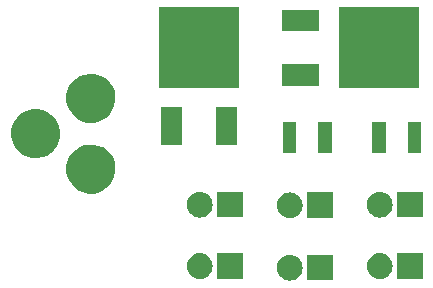
<source format=gts>
G04 #@! TF.FileFunction,Soldermask,Top*
%FSLAX46Y46*%
G04 Gerber Fmt 4.6, Leading zero omitted, Abs format (unit mm)*
G04 Created by KiCad (PCBNEW 4.0.1-3.201512221402+6198~38~ubuntu14.04.1-stable) date Sat 30 Jul 2016 07:40:51 PM PDT*
%MOMM*%
G01*
G04 APERTURE LIST*
%ADD10C,0.100000*%
G04 APERTURE END LIST*
D10*
G36*
X132363080Y-105922317D02*
X132363090Y-105922320D01*
X132363117Y-105922323D01*
X132566745Y-105985356D01*
X132754250Y-106086740D01*
X132918493Y-106222614D01*
X133053217Y-106387801D01*
X133153289Y-106576010D01*
X133214899Y-106780072D01*
X133235700Y-106992215D01*
X133235700Y-107002785D01*
X133235594Y-107018034D01*
X133211833Y-107229866D01*
X133147380Y-107433048D01*
X133044689Y-107619842D01*
X132907672Y-107783132D01*
X132741549Y-107916699D01*
X132552645Y-108015455D01*
X132348158Y-108075639D01*
X132348130Y-108075642D01*
X132348122Y-108075644D01*
X132135876Y-108094959D01*
X131923920Y-108072683D01*
X131923910Y-108072680D01*
X131923883Y-108072677D01*
X131720255Y-108009644D01*
X131532750Y-107908260D01*
X131368507Y-107772386D01*
X131233783Y-107607199D01*
X131133711Y-107418990D01*
X131072101Y-107214928D01*
X131051300Y-107002785D01*
X131051300Y-106992215D01*
X131051406Y-106976966D01*
X131075167Y-106765134D01*
X131139620Y-106561952D01*
X131242311Y-106375158D01*
X131379328Y-106211868D01*
X131545451Y-106078301D01*
X131734355Y-105979545D01*
X131938842Y-105919361D01*
X131938870Y-105919358D01*
X131938878Y-105919356D01*
X132151124Y-105900041D01*
X132363080Y-105922317D01*
X132363080Y-105922317D01*
G37*
G36*
X135775700Y-108089700D02*
X133591300Y-108089700D01*
X133591300Y-105905300D01*
X135775700Y-105905300D01*
X135775700Y-108089700D01*
X135775700Y-108089700D01*
G37*
G36*
X124743080Y-105795317D02*
X124743090Y-105795320D01*
X124743117Y-105795323D01*
X124946745Y-105858356D01*
X125134250Y-105959740D01*
X125298493Y-106095614D01*
X125433217Y-106260801D01*
X125533289Y-106449010D01*
X125594899Y-106653072D01*
X125615700Y-106865215D01*
X125615700Y-106875785D01*
X125615594Y-106891034D01*
X125591833Y-107102866D01*
X125527380Y-107306048D01*
X125424689Y-107492842D01*
X125287672Y-107656132D01*
X125121549Y-107789699D01*
X124932645Y-107888455D01*
X124728158Y-107948639D01*
X124728130Y-107948642D01*
X124728122Y-107948644D01*
X124515876Y-107967959D01*
X124303920Y-107945683D01*
X124303910Y-107945680D01*
X124303883Y-107945677D01*
X124100255Y-107882644D01*
X123912750Y-107781260D01*
X123748507Y-107645386D01*
X123613783Y-107480199D01*
X123513711Y-107291990D01*
X123452101Y-107087928D01*
X123431300Y-106875785D01*
X123431300Y-106865215D01*
X123431406Y-106849966D01*
X123455167Y-106638134D01*
X123519620Y-106434952D01*
X123622311Y-106248158D01*
X123759328Y-106084868D01*
X123925451Y-105951301D01*
X124114355Y-105852545D01*
X124318842Y-105792361D01*
X124318870Y-105792358D01*
X124318878Y-105792356D01*
X124531124Y-105773041D01*
X124743080Y-105795317D01*
X124743080Y-105795317D01*
G37*
G36*
X139983080Y-105795317D02*
X139983090Y-105795320D01*
X139983117Y-105795323D01*
X140186745Y-105858356D01*
X140374250Y-105959740D01*
X140538493Y-106095614D01*
X140673217Y-106260801D01*
X140773289Y-106449010D01*
X140834899Y-106653072D01*
X140855700Y-106865215D01*
X140855700Y-106875785D01*
X140855594Y-106891034D01*
X140831833Y-107102866D01*
X140767380Y-107306048D01*
X140664689Y-107492842D01*
X140527672Y-107656132D01*
X140361549Y-107789699D01*
X140172645Y-107888455D01*
X139968158Y-107948639D01*
X139968130Y-107948642D01*
X139968122Y-107948644D01*
X139755876Y-107967959D01*
X139543920Y-107945683D01*
X139543910Y-107945680D01*
X139543883Y-107945677D01*
X139340255Y-107882644D01*
X139152750Y-107781260D01*
X138988507Y-107645386D01*
X138853783Y-107480199D01*
X138753711Y-107291990D01*
X138692101Y-107087928D01*
X138671300Y-106875785D01*
X138671300Y-106865215D01*
X138671406Y-106849966D01*
X138695167Y-106638134D01*
X138759620Y-106434952D01*
X138862311Y-106248158D01*
X138999328Y-106084868D01*
X139165451Y-105951301D01*
X139354355Y-105852545D01*
X139558842Y-105792361D01*
X139558870Y-105792358D01*
X139558878Y-105792356D01*
X139771124Y-105773041D01*
X139983080Y-105795317D01*
X139983080Y-105795317D01*
G37*
G36*
X128155700Y-107962700D02*
X125971300Y-107962700D01*
X125971300Y-105778300D01*
X128155700Y-105778300D01*
X128155700Y-107962700D01*
X128155700Y-107962700D01*
G37*
G36*
X143395700Y-107962700D02*
X141211300Y-107962700D01*
X141211300Y-105778300D01*
X143395700Y-105778300D01*
X143395700Y-107962700D01*
X143395700Y-107962700D01*
G37*
G36*
X132363080Y-100651817D02*
X132363090Y-100651820D01*
X132363117Y-100651823D01*
X132566745Y-100714856D01*
X132754250Y-100816240D01*
X132918493Y-100952114D01*
X133053217Y-101117301D01*
X133153289Y-101305510D01*
X133214899Y-101509572D01*
X133235700Y-101721715D01*
X133235700Y-101732285D01*
X133235594Y-101747534D01*
X133211833Y-101959366D01*
X133147380Y-102162548D01*
X133044689Y-102349342D01*
X132907672Y-102512632D01*
X132741549Y-102646199D01*
X132552645Y-102744955D01*
X132348158Y-102805139D01*
X132348130Y-102805142D01*
X132348122Y-102805144D01*
X132135876Y-102824459D01*
X131923920Y-102802183D01*
X131923910Y-102802180D01*
X131923883Y-102802177D01*
X131720255Y-102739144D01*
X131532750Y-102637760D01*
X131368507Y-102501886D01*
X131233783Y-102336699D01*
X131133711Y-102148490D01*
X131072101Y-101944428D01*
X131051300Y-101732285D01*
X131051300Y-101721715D01*
X131051406Y-101706466D01*
X131075167Y-101494634D01*
X131139620Y-101291452D01*
X131242311Y-101104658D01*
X131379328Y-100941368D01*
X131545451Y-100807801D01*
X131734355Y-100709045D01*
X131938842Y-100648861D01*
X131938870Y-100648858D01*
X131938878Y-100648856D01*
X132151124Y-100629541D01*
X132363080Y-100651817D01*
X132363080Y-100651817D01*
G37*
G36*
X135775700Y-102819200D02*
X133591300Y-102819200D01*
X133591300Y-100634800D01*
X135775700Y-100634800D01*
X135775700Y-102819200D01*
X135775700Y-102819200D01*
G37*
G36*
X139983080Y-100588317D02*
X139983090Y-100588320D01*
X139983117Y-100588323D01*
X140186745Y-100651356D01*
X140374250Y-100752740D01*
X140538493Y-100888614D01*
X140673217Y-101053801D01*
X140773289Y-101242010D01*
X140834899Y-101446072D01*
X140855700Y-101658215D01*
X140855700Y-101668785D01*
X140855594Y-101684034D01*
X140831833Y-101895866D01*
X140767380Y-102099048D01*
X140664689Y-102285842D01*
X140527672Y-102449132D01*
X140361549Y-102582699D01*
X140172645Y-102681455D01*
X139968158Y-102741639D01*
X139968130Y-102741642D01*
X139968122Y-102741644D01*
X139755876Y-102760959D01*
X139543920Y-102738683D01*
X139543910Y-102738680D01*
X139543883Y-102738677D01*
X139340255Y-102675644D01*
X139152750Y-102574260D01*
X138988507Y-102438386D01*
X138853783Y-102273199D01*
X138753711Y-102084990D01*
X138692101Y-101880928D01*
X138671300Y-101668785D01*
X138671300Y-101658215D01*
X138671406Y-101642966D01*
X138695167Y-101431134D01*
X138759620Y-101227952D01*
X138862311Y-101041158D01*
X138999328Y-100877868D01*
X139165451Y-100744301D01*
X139354355Y-100645545D01*
X139558842Y-100585361D01*
X139558870Y-100585358D01*
X139558878Y-100585356D01*
X139771124Y-100566041D01*
X139983080Y-100588317D01*
X139983080Y-100588317D01*
G37*
G36*
X124743080Y-100588317D02*
X124743090Y-100588320D01*
X124743117Y-100588323D01*
X124946745Y-100651356D01*
X125134250Y-100752740D01*
X125298493Y-100888614D01*
X125433217Y-101053801D01*
X125533289Y-101242010D01*
X125594899Y-101446072D01*
X125615700Y-101658215D01*
X125615700Y-101668785D01*
X125615594Y-101684034D01*
X125591833Y-101895866D01*
X125527380Y-102099048D01*
X125424689Y-102285842D01*
X125287672Y-102449132D01*
X125121549Y-102582699D01*
X124932645Y-102681455D01*
X124728158Y-102741639D01*
X124728130Y-102741642D01*
X124728122Y-102741644D01*
X124515876Y-102760959D01*
X124303920Y-102738683D01*
X124303910Y-102738680D01*
X124303883Y-102738677D01*
X124100255Y-102675644D01*
X123912750Y-102574260D01*
X123748507Y-102438386D01*
X123613783Y-102273199D01*
X123513711Y-102084990D01*
X123452101Y-101880928D01*
X123431300Y-101668785D01*
X123431300Y-101658215D01*
X123431406Y-101642966D01*
X123455167Y-101431134D01*
X123519620Y-101227952D01*
X123622311Y-101041158D01*
X123759328Y-100877868D01*
X123925451Y-100744301D01*
X124114355Y-100645545D01*
X124318842Y-100585361D01*
X124318870Y-100585358D01*
X124318878Y-100585356D01*
X124531124Y-100566041D01*
X124743080Y-100588317D01*
X124743080Y-100588317D01*
G37*
G36*
X128155700Y-102755700D02*
X125971300Y-102755700D01*
X125971300Y-100571300D01*
X128155700Y-100571300D01*
X128155700Y-102755700D01*
X128155700Y-102755700D01*
G37*
G36*
X143395700Y-102755700D02*
X141211300Y-102755700D01*
X141211300Y-100571300D01*
X143395700Y-100571300D01*
X143395700Y-102755700D01*
X143395700Y-102755700D01*
G37*
G36*
X115534071Y-96581321D02*
X115932922Y-96663193D01*
X116308271Y-96820976D01*
X116645820Y-97048656D01*
X116932729Y-97337575D01*
X117158047Y-97676705D01*
X117313206Y-98053149D01*
X117392238Y-98452293D01*
X117392238Y-98452300D01*
X117392289Y-98452558D01*
X117385795Y-98917616D01*
X117385737Y-98917871D01*
X117385737Y-98917878D01*
X117295591Y-99314661D01*
X117129981Y-99686626D01*
X116895279Y-100019338D01*
X116600424Y-100300124D01*
X116256644Y-100518293D01*
X115877030Y-100665536D01*
X115476058Y-100736238D01*
X115068976Y-100727711D01*
X114671313Y-100640279D01*
X114298207Y-100477273D01*
X113963861Y-100244896D01*
X113681024Y-99952010D01*
X113460456Y-99609756D01*
X113310571Y-99231189D01*
X113237069Y-98830711D01*
X113242754Y-98423587D01*
X113327408Y-98025323D01*
X113487807Y-97651083D01*
X113717843Y-97315124D01*
X114008747Y-97030250D01*
X114349449Y-96807301D01*
X114726969Y-96654773D01*
X115126917Y-96578479D01*
X115534071Y-96581321D01*
X115534071Y-96581321D01*
G37*
G36*
X110835071Y-93581581D02*
X111233922Y-93663453D01*
X111609271Y-93821236D01*
X111946820Y-94048916D01*
X112233729Y-94337835D01*
X112459047Y-94676965D01*
X112614206Y-95053409D01*
X112693238Y-95452553D01*
X112693238Y-95452560D01*
X112693289Y-95452818D01*
X112686795Y-95917876D01*
X112686737Y-95918131D01*
X112686737Y-95918138D01*
X112596591Y-96314921D01*
X112430981Y-96686886D01*
X112196279Y-97019598D01*
X111901424Y-97300384D01*
X111557644Y-97518553D01*
X111178030Y-97665796D01*
X110777058Y-97736498D01*
X110369976Y-97727971D01*
X109972313Y-97640539D01*
X109599207Y-97477533D01*
X109264861Y-97245156D01*
X108982024Y-96952270D01*
X108761456Y-96610016D01*
X108611571Y-96231449D01*
X108538069Y-95830971D01*
X108543754Y-95423847D01*
X108628408Y-95025583D01*
X108788807Y-94651343D01*
X109018843Y-94315384D01*
X109309747Y-94030510D01*
X109650449Y-93807561D01*
X110027969Y-93655033D01*
X110427917Y-93578739D01*
X110835071Y-93581581D01*
X110835071Y-93581581D01*
G37*
G36*
X140276200Y-97338200D02*
X139123800Y-97338200D01*
X139123800Y-94685800D01*
X140276200Y-94685800D01*
X140276200Y-97338200D01*
X140276200Y-97338200D01*
G37*
G36*
X143276200Y-97338200D02*
X142123800Y-97338200D01*
X142123800Y-94685800D01*
X143276200Y-94685800D01*
X143276200Y-97338200D01*
X143276200Y-97338200D01*
G37*
G36*
X135704200Y-97338200D02*
X134551800Y-97338200D01*
X134551800Y-94685800D01*
X135704200Y-94685800D01*
X135704200Y-97338200D01*
X135704200Y-97338200D01*
G37*
G36*
X132704200Y-97338200D02*
X131551800Y-97338200D01*
X131551800Y-94685800D01*
X132704200Y-94685800D01*
X132704200Y-97338200D01*
X132704200Y-97338200D01*
G37*
G36*
X123060460Y-96596200D02*
X121257060Y-96596200D01*
X121257060Y-93395800D01*
X123060460Y-93395800D01*
X123060460Y-96596200D01*
X123060460Y-96596200D01*
G37*
G36*
X127662940Y-96596200D02*
X125859540Y-96596200D01*
X125859540Y-93395800D01*
X127662940Y-93395800D01*
X127662940Y-96596200D01*
X127662940Y-96596200D01*
G37*
G36*
X115534071Y-90581841D02*
X115932922Y-90663713D01*
X116308271Y-90821496D01*
X116645820Y-91049176D01*
X116932729Y-91338095D01*
X117158047Y-91677225D01*
X117313206Y-92053669D01*
X117392238Y-92452813D01*
X117392238Y-92452820D01*
X117392289Y-92453078D01*
X117385795Y-92918136D01*
X117385737Y-92918391D01*
X117385737Y-92918398D01*
X117295591Y-93315181D01*
X117129981Y-93687146D01*
X116895279Y-94019858D01*
X116600424Y-94300644D01*
X116256644Y-94518813D01*
X115877030Y-94666056D01*
X115476058Y-94736758D01*
X115068976Y-94728231D01*
X114671313Y-94640799D01*
X114298207Y-94477793D01*
X113963861Y-94245416D01*
X113681024Y-93952530D01*
X113460456Y-93610276D01*
X113310571Y-93231709D01*
X113237069Y-92831231D01*
X113242754Y-92424107D01*
X113327408Y-92025843D01*
X113487807Y-91651603D01*
X113717843Y-91315644D01*
X114008747Y-91030770D01*
X114349449Y-90807821D01*
X114726969Y-90655293D01*
X115126917Y-90578999D01*
X115534071Y-90581841D01*
X115534071Y-90581841D01*
G37*
G36*
X143126460Y-91818460D02*
X136273540Y-91818460D01*
X136273540Y-84965540D01*
X143126460Y-84965540D01*
X143126460Y-91818460D01*
X143126460Y-91818460D01*
G37*
G36*
X127886460Y-91772740D02*
X121033540Y-91772740D01*
X121033540Y-84919820D01*
X127886460Y-84919820D01*
X127886460Y-91772740D01*
X127886460Y-91772740D01*
G37*
G36*
X134650480Y-91594940D02*
X131450080Y-91594940D01*
X131450080Y-89791540D01*
X134650480Y-89791540D01*
X134650480Y-91594940D01*
X134650480Y-91594940D01*
G37*
G36*
X134650480Y-86992460D02*
X131450080Y-86992460D01*
X131450080Y-85189060D01*
X134650480Y-85189060D01*
X134650480Y-86992460D01*
X134650480Y-86992460D01*
G37*
M02*

</source>
